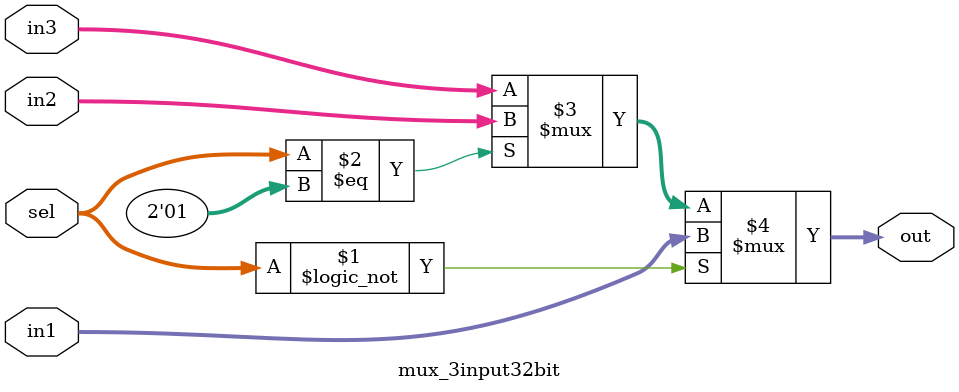
<source format=v>
module mux (in1, in2, sel, out);
  input sel;
  input [1:0] in1, in2;
  output [1:0] out;

  assign out = (sel == 0) ? in1 : in2;
endmodule


module mux_3input (in1, in2, in3, sel, out);
  input [2:0] in1, in2, in3;
  input [1:0] sel;
  output [2:0] out;

  assign out = (sel == 2'd0) ? in1 : (sel == 2'd1) ? in2 : in3;
endmodule

module mux_control9bit (in1, in2, sel, out);
  input [8:0] in1, in2;
  input sel;
  output [8:0] out;

  assign out = (sel == 0) ? in1 : in2;
endmodule

module mux_2input5bit (in1, in2, sel, out);
  input [4:0] in1, in2;
  input sel;
  output [4:0] out;

  assign out = (sel == 0) ? in1 : in2;
endmodule

module mux_2input32bit (in1, in2, sel, out);
  input [31:0] in1, in2;
  input sel;
  output [31:0] out;

  assign out = (sel == 0) ? in1 : in2;
endmodule

module mux_3input32bit (in1, in2, in3, sel, out);
  input [31:0] in1, in2, in3;
  input [1:0] sel;
  output [31:0] out;

  assign out = (sel == 2'd0) ? in1 : (sel == 2'd1) ? in2 : in3;
endmodule
</source>
